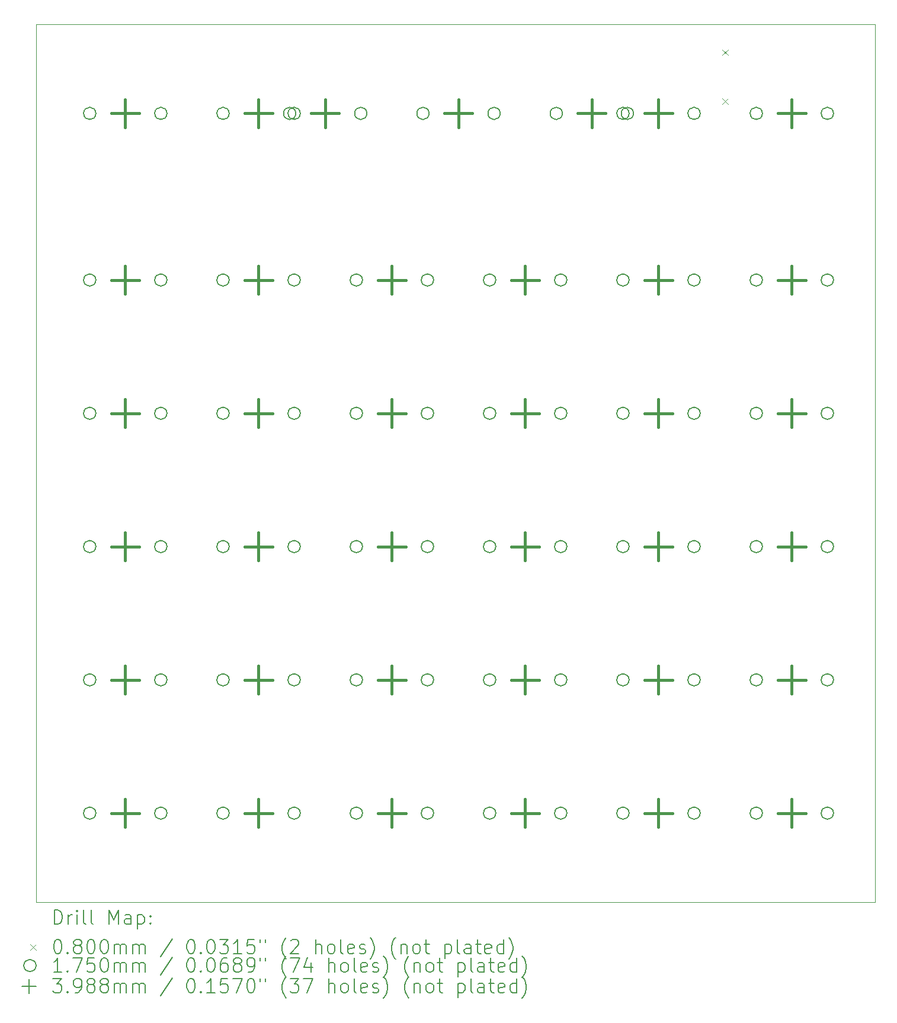
<source format=gbr>
%TF.GenerationSoftware,KiCad,Pcbnew,7.0.7*%
%TF.CreationDate,2023-11-21T20:39:56+01:00*%
%TF.ProjectId,tekskey-v2-molten,74656b73-6b65-4792-9d76-322d6d6f6c74,rev?*%
%TF.SameCoordinates,Original*%
%TF.FileFunction,Drillmap*%
%TF.FilePolarity,Positive*%
%FSLAX45Y45*%
G04 Gerber Fmt 4.5, Leading zero omitted, Abs format (unit mm)*
G04 Created by KiCad (PCBNEW 7.0.7) date 2023-11-21 20:39:56*
%MOMM*%
%LPD*%
G01*
G04 APERTURE LIST*
%ADD10C,0.100000*%
%ADD11C,0.200000*%
%ADD12C,0.080000*%
%ADD13C,0.175000*%
%ADD14C,0.398780*%
G04 APERTURE END LIST*
D10*
X2857500Y-4445000D02*
X14843125Y-4445000D01*
X14843125Y-16986250D01*
X2857500Y-16986250D01*
X2857500Y-4445000D01*
D11*
D12*
X12660000Y-4803125D02*
X12740000Y-4883125D01*
X12740000Y-4803125D02*
X12660000Y-4883125D01*
X12660000Y-5503125D02*
X12740000Y-5583125D01*
X12740000Y-5503125D02*
X12660000Y-5583125D01*
D13*
X3707000Y-5715000D02*
G75*
G03*
X3707000Y-5715000I-87500J0D01*
G01*
X3707000Y-8096250D02*
G75*
G03*
X3707000Y-8096250I-87500J0D01*
G01*
X3707000Y-10001250D02*
G75*
G03*
X3707000Y-10001250I-87500J0D01*
G01*
X3707000Y-11906250D02*
G75*
G03*
X3707000Y-11906250I-87500J0D01*
G01*
X3707000Y-13811250D02*
G75*
G03*
X3707000Y-13811250I-87500J0D01*
G01*
X3707000Y-15716250D02*
G75*
G03*
X3707000Y-15716250I-87500J0D01*
G01*
X4723000Y-5715000D02*
G75*
G03*
X4723000Y-5715000I-87500J0D01*
G01*
X4723000Y-8096250D02*
G75*
G03*
X4723000Y-8096250I-87500J0D01*
G01*
X4723000Y-10001250D02*
G75*
G03*
X4723000Y-10001250I-87500J0D01*
G01*
X4723000Y-11906250D02*
G75*
G03*
X4723000Y-11906250I-87500J0D01*
G01*
X4723000Y-13811250D02*
G75*
G03*
X4723000Y-13811250I-87500J0D01*
G01*
X4723000Y-15716250D02*
G75*
G03*
X4723000Y-15716250I-87500J0D01*
G01*
X5612000Y-5715000D02*
G75*
G03*
X5612000Y-5715000I-87500J0D01*
G01*
X5612000Y-8096250D02*
G75*
G03*
X5612000Y-8096250I-87500J0D01*
G01*
X5612000Y-10001250D02*
G75*
G03*
X5612000Y-10001250I-87500J0D01*
G01*
X5612000Y-11906250D02*
G75*
G03*
X5612000Y-11906250I-87500J0D01*
G01*
X5612000Y-13811250D02*
G75*
G03*
X5612000Y-13811250I-87500J0D01*
G01*
X5612000Y-15716250D02*
G75*
G03*
X5612000Y-15716250I-87500J0D01*
G01*
X6564500Y-5715000D02*
G75*
G03*
X6564500Y-5715000I-87500J0D01*
G01*
X6628000Y-5715000D02*
G75*
G03*
X6628000Y-5715000I-87500J0D01*
G01*
X6628000Y-8096250D02*
G75*
G03*
X6628000Y-8096250I-87500J0D01*
G01*
X6628000Y-10001250D02*
G75*
G03*
X6628000Y-10001250I-87500J0D01*
G01*
X6628000Y-11906250D02*
G75*
G03*
X6628000Y-11906250I-87500J0D01*
G01*
X6628000Y-13811250D02*
G75*
G03*
X6628000Y-13811250I-87500J0D01*
G01*
X6628000Y-15716250D02*
G75*
G03*
X6628000Y-15716250I-87500J0D01*
G01*
X7517000Y-8096250D02*
G75*
G03*
X7517000Y-8096250I-87500J0D01*
G01*
X7517000Y-10001250D02*
G75*
G03*
X7517000Y-10001250I-87500J0D01*
G01*
X7517000Y-11906250D02*
G75*
G03*
X7517000Y-11906250I-87500J0D01*
G01*
X7517000Y-13811250D02*
G75*
G03*
X7517000Y-13811250I-87500J0D01*
G01*
X7517000Y-15716250D02*
G75*
G03*
X7517000Y-15716250I-87500J0D01*
G01*
X7580500Y-5715000D02*
G75*
G03*
X7580500Y-5715000I-87500J0D01*
G01*
X8469500Y-5715000D02*
G75*
G03*
X8469500Y-5715000I-87500J0D01*
G01*
X8533000Y-8096250D02*
G75*
G03*
X8533000Y-8096250I-87500J0D01*
G01*
X8533000Y-10001250D02*
G75*
G03*
X8533000Y-10001250I-87500J0D01*
G01*
X8533000Y-11906250D02*
G75*
G03*
X8533000Y-11906250I-87500J0D01*
G01*
X8533000Y-13811250D02*
G75*
G03*
X8533000Y-13811250I-87500J0D01*
G01*
X8533000Y-15716250D02*
G75*
G03*
X8533000Y-15716250I-87500J0D01*
G01*
X9422000Y-8096250D02*
G75*
G03*
X9422000Y-8096250I-87500J0D01*
G01*
X9422000Y-10001250D02*
G75*
G03*
X9422000Y-10001250I-87500J0D01*
G01*
X9422000Y-11906250D02*
G75*
G03*
X9422000Y-11906250I-87500J0D01*
G01*
X9422000Y-13811250D02*
G75*
G03*
X9422000Y-13811250I-87500J0D01*
G01*
X9422000Y-15716250D02*
G75*
G03*
X9422000Y-15716250I-87500J0D01*
G01*
X9485500Y-5715000D02*
G75*
G03*
X9485500Y-5715000I-87500J0D01*
G01*
X10374500Y-5715000D02*
G75*
G03*
X10374500Y-5715000I-87500J0D01*
G01*
X10438000Y-8096250D02*
G75*
G03*
X10438000Y-8096250I-87500J0D01*
G01*
X10438000Y-10001250D02*
G75*
G03*
X10438000Y-10001250I-87500J0D01*
G01*
X10438000Y-11906250D02*
G75*
G03*
X10438000Y-11906250I-87500J0D01*
G01*
X10438000Y-13811250D02*
G75*
G03*
X10438000Y-13811250I-87500J0D01*
G01*
X10438000Y-15716250D02*
G75*
G03*
X10438000Y-15716250I-87500J0D01*
G01*
X11327000Y-5715000D02*
G75*
G03*
X11327000Y-5715000I-87500J0D01*
G01*
X11327000Y-8096250D02*
G75*
G03*
X11327000Y-8096250I-87500J0D01*
G01*
X11327000Y-10001250D02*
G75*
G03*
X11327000Y-10001250I-87500J0D01*
G01*
X11327000Y-11906250D02*
G75*
G03*
X11327000Y-11906250I-87500J0D01*
G01*
X11327000Y-13811250D02*
G75*
G03*
X11327000Y-13811250I-87500J0D01*
G01*
X11327000Y-15716250D02*
G75*
G03*
X11327000Y-15716250I-87500J0D01*
G01*
X11390500Y-5715000D02*
G75*
G03*
X11390500Y-5715000I-87500J0D01*
G01*
X12343000Y-5715000D02*
G75*
G03*
X12343000Y-5715000I-87500J0D01*
G01*
X12343000Y-8096250D02*
G75*
G03*
X12343000Y-8096250I-87500J0D01*
G01*
X12343000Y-10001250D02*
G75*
G03*
X12343000Y-10001250I-87500J0D01*
G01*
X12343000Y-11906250D02*
G75*
G03*
X12343000Y-11906250I-87500J0D01*
G01*
X12343000Y-13811250D02*
G75*
G03*
X12343000Y-13811250I-87500J0D01*
G01*
X12343000Y-15716250D02*
G75*
G03*
X12343000Y-15716250I-87500J0D01*
G01*
X13232000Y-5715000D02*
G75*
G03*
X13232000Y-5715000I-87500J0D01*
G01*
X13232000Y-8096250D02*
G75*
G03*
X13232000Y-8096250I-87500J0D01*
G01*
X13232000Y-10001250D02*
G75*
G03*
X13232000Y-10001250I-87500J0D01*
G01*
X13232000Y-11906250D02*
G75*
G03*
X13232000Y-11906250I-87500J0D01*
G01*
X13232000Y-13811250D02*
G75*
G03*
X13232000Y-13811250I-87500J0D01*
G01*
X13232000Y-15716250D02*
G75*
G03*
X13232000Y-15716250I-87500J0D01*
G01*
X14248000Y-5715000D02*
G75*
G03*
X14248000Y-5715000I-87500J0D01*
G01*
X14248000Y-8096250D02*
G75*
G03*
X14248000Y-8096250I-87500J0D01*
G01*
X14248000Y-10001250D02*
G75*
G03*
X14248000Y-10001250I-87500J0D01*
G01*
X14248000Y-11906250D02*
G75*
G03*
X14248000Y-11906250I-87500J0D01*
G01*
X14248000Y-13811250D02*
G75*
G03*
X14248000Y-13811250I-87500J0D01*
G01*
X14248000Y-15716250D02*
G75*
G03*
X14248000Y-15716250I-87500J0D01*
G01*
D14*
X4127500Y-5515610D02*
X4127500Y-5914390D01*
X3928110Y-5715000D02*
X4326890Y-5715000D01*
X4127500Y-7896860D02*
X4127500Y-8295640D01*
X3928110Y-8096250D02*
X4326890Y-8096250D01*
X4127500Y-9801860D02*
X4127500Y-10200640D01*
X3928110Y-10001250D02*
X4326890Y-10001250D01*
X4127500Y-11706860D02*
X4127500Y-12105640D01*
X3928110Y-11906250D02*
X4326890Y-11906250D01*
X4127500Y-13611860D02*
X4127500Y-14010640D01*
X3928110Y-13811250D02*
X4326890Y-13811250D01*
X4127500Y-15516860D02*
X4127500Y-15915640D01*
X3928110Y-15716250D02*
X4326890Y-15716250D01*
X6032500Y-5515610D02*
X6032500Y-5914390D01*
X5833110Y-5715000D02*
X6231890Y-5715000D01*
X6032500Y-7896860D02*
X6032500Y-8295640D01*
X5833110Y-8096250D02*
X6231890Y-8096250D01*
X6032500Y-9801860D02*
X6032500Y-10200640D01*
X5833110Y-10001250D02*
X6231890Y-10001250D01*
X6032500Y-11706860D02*
X6032500Y-12105640D01*
X5833110Y-11906250D02*
X6231890Y-11906250D01*
X6032500Y-13611860D02*
X6032500Y-14010640D01*
X5833110Y-13811250D02*
X6231890Y-13811250D01*
X6032500Y-15516860D02*
X6032500Y-15915640D01*
X5833110Y-15716250D02*
X6231890Y-15716250D01*
X6985000Y-5515610D02*
X6985000Y-5914390D01*
X6785610Y-5715000D02*
X7184390Y-5715000D01*
X7937500Y-7896860D02*
X7937500Y-8295640D01*
X7738110Y-8096250D02*
X8136890Y-8096250D01*
X7937500Y-9801860D02*
X7937500Y-10200640D01*
X7738110Y-10001250D02*
X8136890Y-10001250D01*
X7937500Y-11706860D02*
X7937500Y-12105640D01*
X7738110Y-11906250D02*
X8136890Y-11906250D01*
X7937500Y-13611860D02*
X7937500Y-14010640D01*
X7738110Y-13811250D02*
X8136890Y-13811250D01*
X7937500Y-15516860D02*
X7937500Y-15915640D01*
X7738110Y-15716250D02*
X8136890Y-15716250D01*
X8890000Y-5515610D02*
X8890000Y-5914390D01*
X8690610Y-5715000D02*
X9089390Y-5715000D01*
X9842500Y-7896860D02*
X9842500Y-8295640D01*
X9643110Y-8096250D02*
X10041890Y-8096250D01*
X9842500Y-9801860D02*
X9842500Y-10200640D01*
X9643110Y-10001250D02*
X10041890Y-10001250D01*
X9842500Y-11706860D02*
X9842500Y-12105640D01*
X9643110Y-11906250D02*
X10041890Y-11906250D01*
X9842500Y-13611860D02*
X9842500Y-14010640D01*
X9643110Y-13811250D02*
X10041890Y-13811250D01*
X9842500Y-15516860D02*
X9842500Y-15915640D01*
X9643110Y-15716250D02*
X10041890Y-15716250D01*
X10795000Y-5515610D02*
X10795000Y-5914390D01*
X10595610Y-5715000D02*
X10994390Y-5715000D01*
X11747500Y-5515610D02*
X11747500Y-5914390D01*
X11548110Y-5715000D02*
X11946890Y-5715000D01*
X11747500Y-7896860D02*
X11747500Y-8295640D01*
X11548110Y-8096250D02*
X11946890Y-8096250D01*
X11747500Y-9801860D02*
X11747500Y-10200640D01*
X11548110Y-10001250D02*
X11946890Y-10001250D01*
X11747500Y-11706860D02*
X11747500Y-12105640D01*
X11548110Y-11906250D02*
X11946890Y-11906250D01*
X11747500Y-13611860D02*
X11747500Y-14010640D01*
X11548110Y-13811250D02*
X11946890Y-13811250D01*
X11747500Y-15516860D02*
X11747500Y-15915640D01*
X11548110Y-15716250D02*
X11946890Y-15716250D01*
X13652500Y-5515610D02*
X13652500Y-5914390D01*
X13453110Y-5715000D02*
X13851890Y-5715000D01*
X13652500Y-7896860D02*
X13652500Y-8295640D01*
X13453110Y-8096250D02*
X13851890Y-8096250D01*
X13652500Y-9801860D02*
X13652500Y-10200640D01*
X13453110Y-10001250D02*
X13851890Y-10001250D01*
X13652500Y-11706860D02*
X13652500Y-12105640D01*
X13453110Y-11906250D02*
X13851890Y-11906250D01*
X13652500Y-13611860D02*
X13652500Y-14010640D01*
X13453110Y-13811250D02*
X13851890Y-13811250D01*
X13652500Y-15516860D02*
X13652500Y-15915640D01*
X13453110Y-15716250D02*
X13851890Y-15716250D01*
D11*
X3113277Y-17302734D02*
X3113277Y-17102734D01*
X3113277Y-17102734D02*
X3160896Y-17102734D01*
X3160896Y-17102734D02*
X3189467Y-17112258D01*
X3189467Y-17112258D02*
X3208515Y-17131305D01*
X3208515Y-17131305D02*
X3218039Y-17150353D01*
X3218039Y-17150353D02*
X3227562Y-17188448D01*
X3227562Y-17188448D02*
X3227562Y-17217020D01*
X3227562Y-17217020D02*
X3218039Y-17255115D01*
X3218039Y-17255115D02*
X3208515Y-17274162D01*
X3208515Y-17274162D02*
X3189467Y-17293210D01*
X3189467Y-17293210D02*
X3160896Y-17302734D01*
X3160896Y-17302734D02*
X3113277Y-17302734D01*
X3313277Y-17302734D02*
X3313277Y-17169400D01*
X3313277Y-17207496D02*
X3322801Y-17188448D01*
X3322801Y-17188448D02*
X3332324Y-17178924D01*
X3332324Y-17178924D02*
X3351372Y-17169400D01*
X3351372Y-17169400D02*
X3370420Y-17169400D01*
X3437086Y-17302734D02*
X3437086Y-17169400D01*
X3437086Y-17102734D02*
X3427562Y-17112258D01*
X3427562Y-17112258D02*
X3437086Y-17121781D01*
X3437086Y-17121781D02*
X3446610Y-17112258D01*
X3446610Y-17112258D02*
X3437086Y-17102734D01*
X3437086Y-17102734D02*
X3437086Y-17121781D01*
X3560896Y-17302734D02*
X3541848Y-17293210D01*
X3541848Y-17293210D02*
X3532324Y-17274162D01*
X3532324Y-17274162D02*
X3532324Y-17102734D01*
X3665658Y-17302734D02*
X3646610Y-17293210D01*
X3646610Y-17293210D02*
X3637086Y-17274162D01*
X3637086Y-17274162D02*
X3637086Y-17102734D01*
X3894229Y-17302734D02*
X3894229Y-17102734D01*
X3894229Y-17102734D02*
X3960896Y-17245591D01*
X3960896Y-17245591D02*
X4027562Y-17102734D01*
X4027562Y-17102734D02*
X4027562Y-17302734D01*
X4208515Y-17302734D02*
X4208515Y-17197972D01*
X4208515Y-17197972D02*
X4198991Y-17178924D01*
X4198991Y-17178924D02*
X4179943Y-17169400D01*
X4179943Y-17169400D02*
X4141848Y-17169400D01*
X4141848Y-17169400D02*
X4122801Y-17178924D01*
X4208515Y-17293210D02*
X4189467Y-17302734D01*
X4189467Y-17302734D02*
X4141848Y-17302734D01*
X4141848Y-17302734D02*
X4122801Y-17293210D01*
X4122801Y-17293210D02*
X4113277Y-17274162D01*
X4113277Y-17274162D02*
X4113277Y-17255115D01*
X4113277Y-17255115D02*
X4122801Y-17236067D01*
X4122801Y-17236067D02*
X4141848Y-17226543D01*
X4141848Y-17226543D02*
X4189467Y-17226543D01*
X4189467Y-17226543D02*
X4208515Y-17217020D01*
X4303753Y-17169400D02*
X4303753Y-17369400D01*
X4303753Y-17178924D02*
X4322801Y-17169400D01*
X4322801Y-17169400D02*
X4360896Y-17169400D01*
X4360896Y-17169400D02*
X4379944Y-17178924D01*
X4379944Y-17178924D02*
X4389467Y-17188448D01*
X4389467Y-17188448D02*
X4398991Y-17207496D01*
X4398991Y-17207496D02*
X4398991Y-17264639D01*
X4398991Y-17264639D02*
X4389467Y-17283686D01*
X4389467Y-17283686D02*
X4379944Y-17293210D01*
X4379944Y-17293210D02*
X4360896Y-17302734D01*
X4360896Y-17302734D02*
X4322801Y-17302734D01*
X4322801Y-17302734D02*
X4303753Y-17293210D01*
X4484705Y-17283686D02*
X4494229Y-17293210D01*
X4494229Y-17293210D02*
X4484705Y-17302734D01*
X4484705Y-17302734D02*
X4475182Y-17293210D01*
X4475182Y-17293210D02*
X4484705Y-17283686D01*
X4484705Y-17283686D02*
X4484705Y-17302734D01*
X4484705Y-17178924D02*
X4494229Y-17188448D01*
X4494229Y-17188448D02*
X4484705Y-17197972D01*
X4484705Y-17197972D02*
X4475182Y-17188448D01*
X4475182Y-17188448D02*
X4484705Y-17178924D01*
X4484705Y-17178924D02*
X4484705Y-17197972D01*
D12*
X2772500Y-17591250D02*
X2852500Y-17671250D01*
X2852500Y-17591250D02*
X2772500Y-17671250D01*
D11*
X3151372Y-17522734D02*
X3170420Y-17522734D01*
X3170420Y-17522734D02*
X3189467Y-17532258D01*
X3189467Y-17532258D02*
X3198991Y-17541781D01*
X3198991Y-17541781D02*
X3208515Y-17560829D01*
X3208515Y-17560829D02*
X3218039Y-17598924D01*
X3218039Y-17598924D02*
X3218039Y-17646543D01*
X3218039Y-17646543D02*
X3208515Y-17684639D01*
X3208515Y-17684639D02*
X3198991Y-17703686D01*
X3198991Y-17703686D02*
X3189467Y-17713210D01*
X3189467Y-17713210D02*
X3170420Y-17722734D01*
X3170420Y-17722734D02*
X3151372Y-17722734D01*
X3151372Y-17722734D02*
X3132324Y-17713210D01*
X3132324Y-17713210D02*
X3122801Y-17703686D01*
X3122801Y-17703686D02*
X3113277Y-17684639D01*
X3113277Y-17684639D02*
X3103753Y-17646543D01*
X3103753Y-17646543D02*
X3103753Y-17598924D01*
X3103753Y-17598924D02*
X3113277Y-17560829D01*
X3113277Y-17560829D02*
X3122801Y-17541781D01*
X3122801Y-17541781D02*
X3132324Y-17532258D01*
X3132324Y-17532258D02*
X3151372Y-17522734D01*
X3303753Y-17703686D02*
X3313277Y-17713210D01*
X3313277Y-17713210D02*
X3303753Y-17722734D01*
X3303753Y-17722734D02*
X3294229Y-17713210D01*
X3294229Y-17713210D02*
X3303753Y-17703686D01*
X3303753Y-17703686D02*
X3303753Y-17722734D01*
X3427562Y-17608448D02*
X3408515Y-17598924D01*
X3408515Y-17598924D02*
X3398991Y-17589400D01*
X3398991Y-17589400D02*
X3389467Y-17570353D01*
X3389467Y-17570353D02*
X3389467Y-17560829D01*
X3389467Y-17560829D02*
X3398991Y-17541781D01*
X3398991Y-17541781D02*
X3408515Y-17532258D01*
X3408515Y-17532258D02*
X3427562Y-17522734D01*
X3427562Y-17522734D02*
X3465658Y-17522734D01*
X3465658Y-17522734D02*
X3484705Y-17532258D01*
X3484705Y-17532258D02*
X3494229Y-17541781D01*
X3494229Y-17541781D02*
X3503753Y-17560829D01*
X3503753Y-17560829D02*
X3503753Y-17570353D01*
X3503753Y-17570353D02*
X3494229Y-17589400D01*
X3494229Y-17589400D02*
X3484705Y-17598924D01*
X3484705Y-17598924D02*
X3465658Y-17608448D01*
X3465658Y-17608448D02*
X3427562Y-17608448D01*
X3427562Y-17608448D02*
X3408515Y-17617972D01*
X3408515Y-17617972D02*
X3398991Y-17627496D01*
X3398991Y-17627496D02*
X3389467Y-17646543D01*
X3389467Y-17646543D02*
X3389467Y-17684639D01*
X3389467Y-17684639D02*
X3398991Y-17703686D01*
X3398991Y-17703686D02*
X3408515Y-17713210D01*
X3408515Y-17713210D02*
X3427562Y-17722734D01*
X3427562Y-17722734D02*
X3465658Y-17722734D01*
X3465658Y-17722734D02*
X3484705Y-17713210D01*
X3484705Y-17713210D02*
X3494229Y-17703686D01*
X3494229Y-17703686D02*
X3503753Y-17684639D01*
X3503753Y-17684639D02*
X3503753Y-17646543D01*
X3503753Y-17646543D02*
X3494229Y-17627496D01*
X3494229Y-17627496D02*
X3484705Y-17617972D01*
X3484705Y-17617972D02*
X3465658Y-17608448D01*
X3627562Y-17522734D02*
X3646610Y-17522734D01*
X3646610Y-17522734D02*
X3665658Y-17532258D01*
X3665658Y-17532258D02*
X3675182Y-17541781D01*
X3675182Y-17541781D02*
X3684705Y-17560829D01*
X3684705Y-17560829D02*
X3694229Y-17598924D01*
X3694229Y-17598924D02*
X3694229Y-17646543D01*
X3694229Y-17646543D02*
X3684705Y-17684639D01*
X3684705Y-17684639D02*
X3675182Y-17703686D01*
X3675182Y-17703686D02*
X3665658Y-17713210D01*
X3665658Y-17713210D02*
X3646610Y-17722734D01*
X3646610Y-17722734D02*
X3627562Y-17722734D01*
X3627562Y-17722734D02*
X3608515Y-17713210D01*
X3608515Y-17713210D02*
X3598991Y-17703686D01*
X3598991Y-17703686D02*
X3589467Y-17684639D01*
X3589467Y-17684639D02*
X3579943Y-17646543D01*
X3579943Y-17646543D02*
X3579943Y-17598924D01*
X3579943Y-17598924D02*
X3589467Y-17560829D01*
X3589467Y-17560829D02*
X3598991Y-17541781D01*
X3598991Y-17541781D02*
X3608515Y-17532258D01*
X3608515Y-17532258D02*
X3627562Y-17522734D01*
X3818039Y-17522734D02*
X3837086Y-17522734D01*
X3837086Y-17522734D02*
X3856134Y-17532258D01*
X3856134Y-17532258D02*
X3865658Y-17541781D01*
X3865658Y-17541781D02*
X3875182Y-17560829D01*
X3875182Y-17560829D02*
X3884705Y-17598924D01*
X3884705Y-17598924D02*
X3884705Y-17646543D01*
X3884705Y-17646543D02*
X3875182Y-17684639D01*
X3875182Y-17684639D02*
X3865658Y-17703686D01*
X3865658Y-17703686D02*
X3856134Y-17713210D01*
X3856134Y-17713210D02*
X3837086Y-17722734D01*
X3837086Y-17722734D02*
X3818039Y-17722734D01*
X3818039Y-17722734D02*
X3798991Y-17713210D01*
X3798991Y-17713210D02*
X3789467Y-17703686D01*
X3789467Y-17703686D02*
X3779943Y-17684639D01*
X3779943Y-17684639D02*
X3770420Y-17646543D01*
X3770420Y-17646543D02*
X3770420Y-17598924D01*
X3770420Y-17598924D02*
X3779943Y-17560829D01*
X3779943Y-17560829D02*
X3789467Y-17541781D01*
X3789467Y-17541781D02*
X3798991Y-17532258D01*
X3798991Y-17532258D02*
X3818039Y-17522734D01*
X3970420Y-17722734D02*
X3970420Y-17589400D01*
X3970420Y-17608448D02*
X3979943Y-17598924D01*
X3979943Y-17598924D02*
X3998991Y-17589400D01*
X3998991Y-17589400D02*
X4027563Y-17589400D01*
X4027563Y-17589400D02*
X4046610Y-17598924D01*
X4046610Y-17598924D02*
X4056134Y-17617972D01*
X4056134Y-17617972D02*
X4056134Y-17722734D01*
X4056134Y-17617972D02*
X4065658Y-17598924D01*
X4065658Y-17598924D02*
X4084705Y-17589400D01*
X4084705Y-17589400D02*
X4113277Y-17589400D01*
X4113277Y-17589400D02*
X4132324Y-17598924D01*
X4132324Y-17598924D02*
X4141848Y-17617972D01*
X4141848Y-17617972D02*
X4141848Y-17722734D01*
X4237086Y-17722734D02*
X4237086Y-17589400D01*
X4237086Y-17608448D02*
X4246610Y-17598924D01*
X4246610Y-17598924D02*
X4265658Y-17589400D01*
X4265658Y-17589400D02*
X4294229Y-17589400D01*
X4294229Y-17589400D02*
X4313277Y-17598924D01*
X4313277Y-17598924D02*
X4322801Y-17617972D01*
X4322801Y-17617972D02*
X4322801Y-17722734D01*
X4322801Y-17617972D02*
X4332325Y-17598924D01*
X4332325Y-17598924D02*
X4351372Y-17589400D01*
X4351372Y-17589400D02*
X4379944Y-17589400D01*
X4379944Y-17589400D02*
X4398991Y-17598924D01*
X4398991Y-17598924D02*
X4408515Y-17617972D01*
X4408515Y-17617972D02*
X4408515Y-17722734D01*
X4798991Y-17513210D02*
X4627563Y-17770353D01*
X5056134Y-17522734D02*
X5075182Y-17522734D01*
X5075182Y-17522734D02*
X5094229Y-17532258D01*
X5094229Y-17532258D02*
X5103753Y-17541781D01*
X5103753Y-17541781D02*
X5113277Y-17560829D01*
X5113277Y-17560829D02*
X5122801Y-17598924D01*
X5122801Y-17598924D02*
X5122801Y-17646543D01*
X5122801Y-17646543D02*
X5113277Y-17684639D01*
X5113277Y-17684639D02*
X5103753Y-17703686D01*
X5103753Y-17703686D02*
X5094229Y-17713210D01*
X5094229Y-17713210D02*
X5075182Y-17722734D01*
X5075182Y-17722734D02*
X5056134Y-17722734D01*
X5056134Y-17722734D02*
X5037087Y-17713210D01*
X5037087Y-17713210D02*
X5027563Y-17703686D01*
X5027563Y-17703686D02*
X5018039Y-17684639D01*
X5018039Y-17684639D02*
X5008515Y-17646543D01*
X5008515Y-17646543D02*
X5008515Y-17598924D01*
X5008515Y-17598924D02*
X5018039Y-17560829D01*
X5018039Y-17560829D02*
X5027563Y-17541781D01*
X5027563Y-17541781D02*
X5037087Y-17532258D01*
X5037087Y-17532258D02*
X5056134Y-17522734D01*
X5208515Y-17703686D02*
X5218039Y-17713210D01*
X5218039Y-17713210D02*
X5208515Y-17722734D01*
X5208515Y-17722734D02*
X5198991Y-17713210D01*
X5198991Y-17713210D02*
X5208515Y-17703686D01*
X5208515Y-17703686D02*
X5208515Y-17722734D01*
X5341848Y-17522734D02*
X5360896Y-17522734D01*
X5360896Y-17522734D02*
X5379944Y-17532258D01*
X5379944Y-17532258D02*
X5389468Y-17541781D01*
X5389468Y-17541781D02*
X5398991Y-17560829D01*
X5398991Y-17560829D02*
X5408515Y-17598924D01*
X5408515Y-17598924D02*
X5408515Y-17646543D01*
X5408515Y-17646543D02*
X5398991Y-17684639D01*
X5398991Y-17684639D02*
X5389468Y-17703686D01*
X5389468Y-17703686D02*
X5379944Y-17713210D01*
X5379944Y-17713210D02*
X5360896Y-17722734D01*
X5360896Y-17722734D02*
X5341848Y-17722734D01*
X5341848Y-17722734D02*
X5322801Y-17713210D01*
X5322801Y-17713210D02*
X5313277Y-17703686D01*
X5313277Y-17703686D02*
X5303753Y-17684639D01*
X5303753Y-17684639D02*
X5294229Y-17646543D01*
X5294229Y-17646543D02*
X5294229Y-17598924D01*
X5294229Y-17598924D02*
X5303753Y-17560829D01*
X5303753Y-17560829D02*
X5313277Y-17541781D01*
X5313277Y-17541781D02*
X5322801Y-17532258D01*
X5322801Y-17532258D02*
X5341848Y-17522734D01*
X5475182Y-17522734D02*
X5598991Y-17522734D01*
X5598991Y-17522734D02*
X5532325Y-17598924D01*
X5532325Y-17598924D02*
X5560896Y-17598924D01*
X5560896Y-17598924D02*
X5579944Y-17608448D01*
X5579944Y-17608448D02*
X5589468Y-17617972D01*
X5589468Y-17617972D02*
X5598991Y-17637020D01*
X5598991Y-17637020D02*
X5598991Y-17684639D01*
X5598991Y-17684639D02*
X5589468Y-17703686D01*
X5589468Y-17703686D02*
X5579944Y-17713210D01*
X5579944Y-17713210D02*
X5560896Y-17722734D01*
X5560896Y-17722734D02*
X5503753Y-17722734D01*
X5503753Y-17722734D02*
X5484706Y-17713210D01*
X5484706Y-17713210D02*
X5475182Y-17703686D01*
X5789467Y-17722734D02*
X5675182Y-17722734D01*
X5732325Y-17722734D02*
X5732325Y-17522734D01*
X5732325Y-17522734D02*
X5713277Y-17551305D01*
X5713277Y-17551305D02*
X5694229Y-17570353D01*
X5694229Y-17570353D02*
X5675182Y-17579877D01*
X5970420Y-17522734D02*
X5875182Y-17522734D01*
X5875182Y-17522734D02*
X5865658Y-17617972D01*
X5865658Y-17617972D02*
X5875182Y-17608448D01*
X5875182Y-17608448D02*
X5894229Y-17598924D01*
X5894229Y-17598924D02*
X5941848Y-17598924D01*
X5941848Y-17598924D02*
X5960896Y-17608448D01*
X5960896Y-17608448D02*
X5970420Y-17617972D01*
X5970420Y-17617972D02*
X5979944Y-17637020D01*
X5979944Y-17637020D02*
X5979944Y-17684639D01*
X5979944Y-17684639D02*
X5970420Y-17703686D01*
X5970420Y-17703686D02*
X5960896Y-17713210D01*
X5960896Y-17713210D02*
X5941848Y-17722734D01*
X5941848Y-17722734D02*
X5894229Y-17722734D01*
X5894229Y-17722734D02*
X5875182Y-17713210D01*
X5875182Y-17713210D02*
X5865658Y-17703686D01*
X6056134Y-17522734D02*
X6056134Y-17560829D01*
X6132325Y-17522734D02*
X6132325Y-17560829D01*
X6427563Y-17798924D02*
X6418039Y-17789400D01*
X6418039Y-17789400D02*
X6398991Y-17760829D01*
X6398991Y-17760829D02*
X6389468Y-17741781D01*
X6389468Y-17741781D02*
X6379944Y-17713210D01*
X6379944Y-17713210D02*
X6370420Y-17665591D01*
X6370420Y-17665591D02*
X6370420Y-17627496D01*
X6370420Y-17627496D02*
X6379944Y-17579877D01*
X6379944Y-17579877D02*
X6389468Y-17551305D01*
X6389468Y-17551305D02*
X6398991Y-17532258D01*
X6398991Y-17532258D02*
X6418039Y-17503686D01*
X6418039Y-17503686D02*
X6427563Y-17494162D01*
X6494229Y-17541781D02*
X6503753Y-17532258D01*
X6503753Y-17532258D02*
X6522801Y-17522734D01*
X6522801Y-17522734D02*
X6570420Y-17522734D01*
X6570420Y-17522734D02*
X6589468Y-17532258D01*
X6589468Y-17532258D02*
X6598991Y-17541781D01*
X6598991Y-17541781D02*
X6608515Y-17560829D01*
X6608515Y-17560829D02*
X6608515Y-17579877D01*
X6608515Y-17579877D02*
X6598991Y-17608448D01*
X6598991Y-17608448D02*
X6484706Y-17722734D01*
X6484706Y-17722734D02*
X6608515Y-17722734D01*
X6846610Y-17722734D02*
X6846610Y-17522734D01*
X6932325Y-17722734D02*
X6932325Y-17617972D01*
X6932325Y-17617972D02*
X6922801Y-17598924D01*
X6922801Y-17598924D02*
X6903753Y-17589400D01*
X6903753Y-17589400D02*
X6875182Y-17589400D01*
X6875182Y-17589400D02*
X6856134Y-17598924D01*
X6856134Y-17598924D02*
X6846610Y-17608448D01*
X7056134Y-17722734D02*
X7037087Y-17713210D01*
X7037087Y-17713210D02*
X7027563Y-17703686D01*
X7027563Y-17703686D02*
X7018039Y-17684639D01*
X7018039Y-17684639D02*
X7018039Y-17627496D01*
X7018039Y-17627496D02*
X7027563Y-17608448D01*
X7027563Y-17608448D02*
X7037087Y-17598924D01*
X7037087Y-17598924D02*
X7056134Y-17589400D01*
X7056134Y-17589400D02*
X7084706Y-17589400D01*
X7084706Y-17589400D02*
X7103753Y-17598924D01*
X7103753Y-17598924D02*
X7113277Y-17608448D01*
X7113277Y-17608448D02*
X7122801Y-17627496D01*
X7122801Y-17627496D02*
X7122801Y-17684639D01*
X7122801Y-17684639D02*
X7113277Y-17703686D01*
X7113277Y-17703686D02*
X7103753Y-17713210D01*
X7103753Y-17713210D02*
X7084706Y-17722734D01*
X7084706Y-17722734D02*
X7056134Y-17722734D01*
X7237087Y-17722734D02*
X7218039Y-17713210D01*
X7218039Y-17713210D02*
X7208515Y-17694162D01*
X7208515Y-17694162D02*
X7208515Y-17522734D01*
X7389468Y-17713210D02*
X7370420Y-17722734D01*
X7370420Y-17722734D02*
X7332325Y-17722734D01*
X7332325Y-17722734D02*
X7313277Y-17713210D01*
X7313277Y-17713210D02*
X7303753Y-17694162D01*
X7303753Y-17694162D02*
X7303753Y-17617972D01*
X7303753Y-17617972D02*
X7313277Y-17598924D01*
X7313277Y-17598924D02*
X7332325Y-17589400D01*
X7332325Y-17589400D02*
X7370420Y-17589400D01*
X7370420Y-17589400D02*
X7389468Y-17598924D01*
X7389468Y-17598924D02*
X7398991Y-17617972D01*
X7398991Y-17617972D02*
X7398991Y-17637020D01*
X7398991Y-17637020D02*
X7303753Y-17656067D01*
X7475182Y-17713210D02*
X7494230Y-17722734D01*
X7494230Y-17722734D02*
X7532325Y-17722734D01*
X7532325Y-17722734D02*
X7551372Y-17713210D01*
X7551372Y-17713210D02*
X7560896Y-17694162D01*
X7560896Y-17694162D02*
X7560896Y-17684639D01*
X7560896Y-17684639D02*
X7551372Y-17665591D01*
X7551372Y-17665591D02*
X7532325Y-17656067D01*
X7532325Y-17656067D02*
X7503753Y-17656067D01*
X7503753Y-17656067D02*
X7484706Y-17646543D01*
X7484706Y-17646543D02*
X7475182Y-17627496D01*
X7475182Y-17627496D02*
X7475182Y-17617972D01*
X7475182Y-17617972D02*
X7484706Y-17598924D01*
X7484706Y-17598924D02*
X7503753Y-17589400D01*
X7503753Y-17589400D02*
X7532325Y-17589400D01*
X7532325Y-17589400D02*
X7551372Y-17598924D01*
X7627563Y-17798924D02*
X7637087Y-17789400D01*
X7637087Y-17789400D02*
X7656134Y-17760829D01*
X7656134Y-17760829D02*
X7665658Y-17741781D01*
X7665658Y-17741781D02*
X7675182Y-17713210D01*
X7675182Y-17713210D02*
X7684706Y-17665591D01*
X7684706Y-17665591D02*
X7684706Y-17627496D01*
X7684706Y-17627496D02*
X7675182Y-17579877D01*
X7675182Y-17579877D02*
X7665658Y-17551305D01*
X7665658Y-17551305D02*
X7656134Y-17532258D01*
X7656134Y-17532258D02*
X7637087Y-17503686D01*
X7637087Y-17503686D02*
X7627563Y-17494162D01*
X7989468Y-17798924D02*
X7979944Y-17789400D01*
X7979944Y-17789400D02*
X7960896Y-17760829D01*
X7960896Y-17760829D02*
X7951372Y-17741781D01*
X7951372Y-17741781D02*
X7941849Y-17713210D01*
X7941849Y-17713210D02*
X7932325Y-17665591D01*
X7932325Y-17665591D02*
X7932325Y-17627496D01*
X7932325Y-17627496D02*
X7941849Y-17579877D01*
X7941849Y-17579877D02*
X7951372Y-17551305D01*
X7951372Y-17551305D02*
X7960896Y-17532258D01*
X7960896Y-17532258D02*
X7979944Y-17503686D01*
X7979944Y-17503686D02*
X7989468Y-17494162D01*
X8065658Y-17589400D02*
X8065658Y-17722734D01*
X8065658Y-17608448D02*
X8075182Y-17598924D01*
X8075182Y-17598924D02*
X8094230Y-17589400D01*
X8094230Y-17589400D02*
X8122801Y-17589400D01*
X8122801Y-17589400D02*
X8141849Y-17598924D01*
X8141849Y-17598924D02*
X8151372Y-17617972D01*
X8151372Y-17617972D02*
X8151372Y-17722734D01*
X8275182Y-17722734D02*
X8256134Y-17713210D01*
X8256134Y-17713210D02*
X8246611Y-17703686D01*
X8246611Y-17703686D02*
X8237087Y-17684639D01*
X8237087Y-17684639D02*
X8237087Y-17627496D01*
X8237087Y-17627496D02*
X8246611Y-17608448D01*
X8246611Y-17608448D02*
X8256134Y-17598924D01*
X8256134Y-17598924D02*
X8275182Y-17589400D01*
X8275182Y-17589400D02*
X8303753Y-17589400D01*
X8303753Y-17589400D02*
X8322801Y-17598924D01*
X8322801Y-17598924D02*
X8332325Y-17608448D01*
X8332325Y-17608448D02*
X8341849Y-17627496D01*
X8341849Y-17627496D02*
X8341849Y-17684639D01*
X8341849Y-17684639D02*
X8332325Y-17703686D01*
X8332325Y-17703686D02*
X8322801Y-17713210D01*
X8322801Y-17713210D02*
X8303753Y-17722734D01*
X8303753Y-17722734D02*
X8275182Y-17722734D01*
X8398992Y-17589400D02*
X8475182Y-17589400D01*
X8427563Y-17522734D02*
X8427563Y-17694162D01*
X8427563Y-17694162D02*
X8437087Y-17713210D01*
X8437087Y-17713210D02*
X8456134Y-17722734D01*
X8456134Y-17722734D02*
X8475182Y-17722734D01*
X8694230Y-17589400D02*
X8694230Y-17789400D01*
X8694230Y-17598924D02*
X8713277Y-17589400D01*
X8713277Y-17589400D02*
X8751373Y-17589400D01*
X8751373Y-17589400D02*
X8770420Y-17598924D01*
X8770420Y-17598924D02*
X8779944Y-17608448D01*
X8779944Y-17608448D02*
X8789468Y-17627496D01*
X8789468Y-17627496D02*
X8789468Y-17684639D01*
X8789468Y-17684639D02*
X8779944Y-17703686D01*
X8779944Y-17703686D02*
X8770420Y-17713210D01*
X8770420Y-17713210D02*
X8751373Y-17722734D01*
X8751373Y-17722734D02*
X8713277Y-17722734D01*
X8713277Y-17722734D02*
X8694230Y-17713210D01*
X8903754Y-17722734D02*
X8884706Y-17713210D01*
X8884706Y-17713210D02*
X8875182Y-17694162D01*
X8875182Y-17694162D02*
X8875182Y-17522734D01*
X9065658Y-17722734D02*
X9065658Y-17617972D01*
X9065658Y-17617972D02*
X9056135Y-17598924D01*
X9056135Y-17598924D02*
X9037087Y-17589400D01*
X9037087Y-17589400D02*
X8998992Y-17589400D01*
X8998992Y-17589400D02*
X8979944Y-17598924D01*
X9065658Y-17713210D02*
X9046611Y-17722734D01*
X9046611Y-17722734D02*
X8998992Y-17722734D01*
X8998992Y-17722734D02*
X8979944Y-17713210D01*
X8979944Y-17713210D02*
X8970420Y-17694162D01*
X8970420Y-17694162D02*
X8970420Y-17675115D01*
X8970420Y-17675115D02*
X8979944Y-17656067D01*
X8979944Y-17656067D02*
X8998992Y-17646543D01*
X8998992Y-17646543D02*
X9046611Y-17646543D01*
X9046611Y-17646543D02*
X9065658Y-17637020D01*
X9132325Y-17589400D02*
X9208515Y-17589400D01*
X9160896Y-17522734D02*
X9160896Y-17694162D01*
X9160896Y-17694162D02*
X9170420Y-17713210D01*
X9170420Y-17713210D02*
X9189468Y-17722734D01*
X9189468Y-17722734D02*
X9208515Y-17722734D01*
X9351373Y-17713210D02*
X9332325Y-17722734D01*
X9332325Y-17722734D02*
X9294230Y-17722734D01*
X9294230Y-17722734D02*
X9275182Y-17713210D01*
X9275182Y-17713210D02*
X9265658Y-17694162D01*
X9265658Y-17694162D02*
X9265658Y-17617972D01*
X9265658Y-17617972D02*
X9275182Y-17598924D01*
X9275182Y-17598924D02*
X9294230Y-17589400D01*
X9294230Y-17589400D02*
X9332325Y-17589400D01*
X9332325Y-17589400D02*
X9351373Y-17598924D01*
X9351373Y-17598924D02*
X9360896Y-17617972D01*
X9360896Y-17617972D02*
X9360896Y-17637020D01*
X9360896Y-17637020D02*
X9265658Y-17656067D01*
X9532325Y-17722734D02*
X9532325Y-17522734D01*
X9532325Y-17713210D02*
X9513277Y-17722734D01*
X9513277Y-17722734D02*
X9475182Y-17722734D01*
X9475182Y-17722734D02*
X9456135Y-17713210D01*
X9456135Y-17713210D02*
X9446611Y-17703686D01*
X9446611Y-17703686D02*
X9437087Y-17684639D01*
X9437087Y-17684639D02*
X9437087Y-17627496D01*
X9437087Y-17627496D02*
X9446611Y-17608448D01*
X9446611Y-17608448D02*
X9456135Y-17598924D01*
X9456135Y-17598924D02*
X9475182Y-17589400D01*
X9475182Y-17589400D02*
X9513277Y-17589400D01*
X9513277Y-17589400D02*
X9532325Y-17598924D01*
X9608516Y-17798924D02*
X9618039Y-17789400D01*
X9618039Y-17789400D02*
X9637087Y-17760829D01*
X9637087Y-17760829D02*
X9646611Y-17741781D01*
X9646611Y-17741781D02*
X9656135Y-17713210D01*
X9656135Y-17713210D02*
X9665658Y-17665591D01*
X9665658Y-17665591D02*
X9665658Y-17627496D01*
X9665658Y-17627496D02*
X9656135Y-17579877D01*
X9656135Y-17579877D02*
X9646611Y-17551305D01*
X9646611Y-17551305D02*
X9637087Y-17532258D01*
X9637087Y-17532258D02*
X9618039Y-17503686D01*
X9618039Y-17503686D02*
X9608516Y-17494162D01*
D13*
X2852500Y-17895250D02*
G75*
G03*
X2852500Y-17895250I-87500J0D01*
G01*
D11*
X3218039Y-17986734D02*
X3103753Y-17986734D01*
X3160896Y-17986734D02*
X3160896Y-17786734D01*
X3160896Y-17786734D02*
X3141848Y-17815305D01*
X3141848Y-17815305D02*
X3122801Y-17834353D01*
X3122801Y-17834353D02*
X3103753Y-17843877D01*
X3303753Y-17967686D02*
X3313277Y-17977210D01*
X3313277Y-17977210D02*
X3303753Y-17986734D01*
X3303753Y-17986734D02*
X3294229Y-17977210D01*
X3294229Y-17977210D02*
X3303753Y-17967686D01*
X3303753Y-17967686D02*
X3303753Y-17986734D01*
X3379943Y-17786734D02*
X3513277Y-17786734D01*
X3513277Y-17786734D02*
X3427562Y-17986734D01*
X3684705Y-17786734D02*
X3589467Y-17786734D01*
X3589467Y-17786734D02*
X3579943Y-17881972D01*
X3579943Y-17881972D02*
X3589467Y-17872448D01*
X3589467Y-17872448D02*
X3608515Y-17862924D01*
X3608515Y-17862924D02*
X3656134Y-17862924D01*
X3656134Y-17862924D02*
X3675182Y-17872448D01*
X3675182Y-17872448D02*
X3684705Y-17881972D01*
X3684705Y-17881972D02*
X3694229Y-17901020D01*
X3694229Y-17901020D02*
X3694229Y-17948639D01*
X3694229Y-17948639D02*
X3684705Y-17967686D01*
X3684705Y-17967686D02*
X3675182Y-17977210D01*
X3675182Y-17977210D02*
X3656134Y-17986734D01*
X3656134Y-17986734D02*
X3608515Y-17986734D01*
X3608515Y-17986734D02*
X3589467Y-17977210D01*
X3589467Y-17977210D02*
X3579943Y-17967686D01*
X3818039Y-17786734D02*
X3837086Y-17786734D01*
X3837086Y-17786734D02*
X3856134Y-17796258D01*
X3856134Y-17796258D02*
X3865658Y-17805781D01*
X3865658Y-17805781D02*
X3875182Y-17824829D01*
X3875182Y-17824829D02*
X3884705Y-17862924D01*
X3884705Y-17862924D02*
X3884705Y-17910543D01*
X3884705Y-17910543D02*
X3875182Y-17948639D01*
X3875182Y-17948639D02*
X3865658Y-17967686D01*
X3865658Y-17967686D02*
X3856134Y-17977210D01*
X3856134Y-17977210D02*
X3837086Y-17986734D01*
X3837086Y-17986734D02*
X3818039Y-17986734D01*
X3818039Y-17986734D02*
X3798991Y-17977210D01*
X3798991Y-17977210D02*
X3789467Y-17967686D01*
X3789467Y-17967686D02*
X3779943Y-17948639D01*
X3779943Y-17948639D02*
X3770420Y-17910543D01*
X3770420Y-17910543D02*
X3770420Y-17862924D01*
X3770420Y-17862924D02*
X3779943Y-17824829D01*
X3779943Y-17824829D02*
X3789467Y-17805781D01*
X3789467Y-17805781D02*
X3798991Y-17796258D01*
X3798991Y-17796258D02*
X3818039Y-17786734D01*
X3970420Y-17986734D02*
X3970420Y-17853400D01*
X3970420Y-17872448D02*
X3979943Y-17862924D01*
X3979943Y-17862924D02*
X3998991Y-17853400D01*
X3998991Y-17853400D02*
X4027563Y-17853400D01*
X4027563Y-17853400D02*
X4046610Y-17862924D01*
X4046610Y-17862924D02*
X4056134Y-17881972D01*
X4056134Y-17881972D02*
X4056134Y-17986734D01*
X4056134Y-17881972D02*
X4065658Y-17862924D01*
X4065658Y-17862924D02*
X4084705Y-17853400D01*
X4084705Y-17853400D02*
X4113277Y-17853400D01*
X4113277Y-17853400D02*
X4132324Y-17862924D01*
X4132324Y-17862924D02*
X4141848Y-17881972D01*
X4141848Y-17881972D02*
X4141848Y-17986734D01*
X4237086Y-17986734D02*
X4237086Y-17853400D01*
X4237086Y-17872448D02*
X4246610Y-17862924D01*
X4246610Y-17862924D02*
X4265658Y-17853400D01*
X4265658Y-17853400D02*
X4294229Y-17853400D01*
X4294229Y-17853400D02*
X4313277Y-17862924D01*
X4313277Y-17862924D02*
X4322801Y-17881972D01*
X4322801Y-17881972D02*
X4322801Y-17986734D01*
X4322801Y-17881972D02*
X4332325Y-17862924D01*
X4332325Y-17862924D02*
X4351372Y-17853400D01*
X4351372Y-17853400D02*
X4379944Y-17853400D01*
X4379944Y-17853400D02*
X4398991Y-17862924D01*
X4398991Y-17862924D02*
X4408515Y-17881972D01*
X4408515Y-17881972D02*
X4408515Y-17986734D01*
X4798991Y-17777210D02*
X4627563Y-18034353D01*
X5056134Y-17786734D02*
X5075182Y-17786734D01*
X5075182Y-17786734D02*
X5094229Y-17796258D01*
X5094229Y-17796258D02*
X5103753Y-17805781D01*
X5103753Y-17805781D02*
X5113277Y-17824829D01*
X5113277Y-17824829D02*
X5122801Y-17862924D01*
X5122801Y-17862924D02*
X5122801Y-17910543D01*
X5122801Y-17910543D02*
X5113277Y-17948639D01*
X5113277Y-17948639D02*
X5103753Y-17967686D01*
X5103753Y-17967686D02*
X5094229Y-17977210D01*
X5094229Y-17977210D02*
X5075182Y-17986734D01*
X5075182Y-17986734D02*
X5056134Y-17986734D01*
X5056134Y-17986734D02*
X5037087Y-17977210D01*
X5037087Y-17977210D02*
X5027563Y-17967686D01*
X5027563Y-17967686D02*
X5018039Y-17948639D01*
X5018039Y-17948639D02*
X5008515Y-17910543D01*
X5008515Y-17910543D02*
X5008515Y-17862924D01*
X5008515Y-17862924D02*
X5018039Y-17824829D01*
X5018039Y-17824829D02*
X5027563Y-17805781D01*
X5027563Y-17805781D02*
X5037087Y-17796258D01*
X5037087Y-17796258D02*
X5056134Y-17786734D01*
X5208515Y-17967686D02*
X5218039Y-17977210D01*
X5218039Y-17977210D02*
X5208515Y-17986734D01*
X5208515Y-17986734D02*
X5198991Y-17977210D01*
X5198991Y-17977210D02*
X5208515Y-17967686D01*
X5208515Y-17967686D02*
X5208515Y-17986734D01*
X5341848Y-17786734D02*
X5360896Y-17786734D01*
X5360896Y-17786734D02*
X5379944Y-17796258D01*
X5379944Y-17796258D02*
X5389468Y-17805781D01*
X5389468Y-17805781D02*
X5398991Y-17824829D01*
X5398991Y-17824829D02*
X5408515Y-17862924D01*
X5408515Y-17862924D02*
X5408515Y-17910543D01*
X5408515Y-17910543D02*
X5398991Y-17948639D01*
X5398991Y-17948639D02*
X5389468Y-17967686D01*
X5389468Y-17967686D02*
X5379944Y-17977210D01*
X5379944Y-17977210D02*
X5360896Y-17986734D01*
X5360896Y-17986734D02*
X5341848Y-17986734D01*
X5341848Y-17986734D02*
X5322801Y-17977210D01*
X5322801Y-17977210D02*
X5313277Y-17967686D01*
X5313277Y-17967686D02*
X5303753Y-17948639D01*
X5303753Y-17948639D02*
X5294229Y-17910543D01*
X5294229Y-17910543D02*
X5294229Y-17862924D01*
X5294229Y-17862924D02*
X5303753Y-17824829D01*
X5303753Y-17824829D02*
X5313277Y-17805781D01*
X5313277Y-17805781D02*
X5322801Y-17796258D01*
X5322801Y-17796258D02*
X5341848Y-17786734D01*
X5579944Y-17786734D02*
X5541848Y-17786734D01*
X5541848Y-17786734D02*
X5522801Y-17796258D01*
X5522801Y-17796258D02*
X5513277Y-17805781D01*
X5513277Y-17805781D02*
X5494229Y-17834353D01*
X5494229Y-17834353D02*
X5484706Y-17872448D01*
X5484706Y-17872448D02*
X5484706Y-17948639D01*
X5484706Y-17948639D02*
X5494229Y-17967686D01*
X5494229Y-17967686D02*
X5503753Y-17977210D01*
X5503753Y-17977210D02*
X5522801Y-17986734D01*
X5522801Y-17986734D02*
X5560896Y-17986734D01*
X5560896Y-17986734D02*
X5579944Y-17977210D01*
X5579944Y-17977210D02*
X5589468Y-17967686D01*
X5589468Y-17967686D02*
X5598991Y-17948639D01*
X5598991Y-17948639D02*
X5598991Y-17901020D01*
X5598991Y-17901020D02*
X5589468Y-17881972D01*
X5589468Y-17881972D02*
X5579944Y-17872448D01*
X5579944Y-17872448D02*
X5560896Y-17862924D01*
X5560896Y-17862924D02*
X5522801Y-17862924D01*
X5522801Y-17862924D02*
X5503753Y-17872448D01*
X5503753Y-17872448D02*
X5494229Y-17881972D01*
X5494229Y-17881972D02*
X5484706Y-17901020D01*
X5713277Y-17872448D02*
X5694229Y-17862924D01*
X5694229Y-17862924D02*
X5684706Y-17853400D01*
X5684706Y-17853400D02*
X5675182Y-17834353D01*
X5675182Y-17834353D02*
X5675182Y-17824829D01*
X5675182Y-17824829D02*
X5684706Y-17805781D01*
X5684706Y-17805781D02*
X5694229Y-17796258D01*
X5694229Y-17796258D02*
X5713277Y-17786734D01*
X5713277Y-17786734D02*
X5751372Y-17786734D01*
X5751372Y-17786734D02*
X5770420Y-17796258D01*
X5770420Y-17796258D02*
X5779944Y-17805781D01*
X5779944Y-17805781D02*
X5789467Y-17824829D01*
X5789467Y-17824829D02*
X5789467Y-17834353D01*
X5789467Y-17834353D02*
X5779944Y-17853400D01*
X5779944Y-17853400D02*
X5770420Y-17862924D01*
X5770420Y-17862924D02*
X5751372Y-17872448D01*
X5751372Y-17872448D02*
X5713277Y-17872448D01*
X5713277Y-17872448D02*
X5694229Y-17881972D01*
X5694229Y-17881972D02*
X5684706Y-17891496D01*
X5684706Y-17891496D02*
X5675182Y-17910543D01*
X5675182Y-17910543D02*
X5675182Y-17948639D01*
X5675182Y-17948639D02*
X5684706Y-17967686D01*
X5684706Y-17967686D02*
X5694229Y-17977210D01*
X5694229Y-17977210D02*
X5713277Y-17986734D01*
X5713277Y-17986734D02*
X5751372Y-17986734D01*
X5751372Y-17986734D02*
X5770420Y-17977210D01*
X5770420Y-17977210D02*
X5779944Y-17967686D01*
X5779944Y-17967686D02*
X5789467Y-17948639D01*
X5789467Y-17948639D02*
X5789467Y-17910543D01*
X5789467Y-17910543D02*
X5779944Y-17891496D01*
X5779944Y-17891496D02*
X5770420Y-17881972D01*
X5770420Y-17881972D02*
X5751372Y-17872448D01*
X5884706Y-17986734D02*
X5922801Y-17986734D01*
X5922801Y-17986734D02*
X5941848Y-17977210D01*
X5941848Y-17977210D02*
X5951372Y-17967686D01*
X5951372Y-17967686D02*
X5970420Y-17939115D01*
X5970420Y-17939115D02*
X5979944Y-17901020D01*
X5979944Y-17901020D02*
X5979944Y-17824829D01*
X5979944Y-17824829D02*
X5970420Y-17805781D01*
X5970420Y-17805781D02*
X5960896Y-17796258D01*
X5960896Y-17796258D02*
X5941848Y-17786734D01*
X5941848Y-17786734D02*
X5903753Y-17786734D01*
X5903753Y-17786734D02*
X5884706Y-17796258D01*
X5884706Y-17796258D02*
X5875182Y-17805781D01*
X5875182Y-17805781D02*
X5865658Y-17824829D01*
X5865658Y-17824829D02*
X5865658Y-17872448D01*
X5865658Y-17872448D02*
X5875182Y-17891496D01*
X5875182Y-17891496D02*
X5884706Y-17901020D01*
X5884706Y-17901020D02*
X5903753Y-17910543D01*
X5903753Y-17910543D02*
X5941848Y-17910543D01*
X5941848Y-17910543D02*
X5960896Y-17901020D01*
X5960896Y-17901020D02*
X5970420Y-17891496D01*
X5970420Y-17891496D02*
X5979944Y-17872448D01*
X6056134Y-17786734D02*
X6056134Y-17824829D01*
X6132325Y-17786734D02*
X6132325Y-17824829D01*
X6427563Y-18062924D02*
X6418039Y-18053400D01*
X6418039Y-18053400D02*
X6398991Y-18024829D01*
X6398991Y-18024829D02*
X6389468Y-18005781D01*
X6389468Y-18005781D02*
X6379944Y-17977210D01*
X6379944Y-17977210D02*
X6370420Y-17929591D01*
X6370420Y-17929591D02*
X6370420Y-17891496D01*
X6370420Y-17891496D02*
X6379944Y-17843877D01*
X6379944Y-17843877D02*
X6389468Y-17815305D01*
X6389468Y-17815305D02*
X6398991Y-17796258D01*
X6398991Y-17796258D02*
X6418039Y-17767686D01*
X6418039Y-17767686D02*
X6427563Y-17758162D01*
X6484706Y-17786734D02*
X6618039Y-17786734D01*
X6618039Y-17786734D02*
X6532325Y-17986734D01*
X6779944Y-17853400D02*
X6779944Y-17986734D01*
X6732325Y-17777210D02*
X6684706Y-17920067D01*
X6684706Y-17920067D02*
X6808515Y-17920067D01*
X7037087Y-17986734D02*
X7037087Y-17786734D01*
X7122801Y-17986734D02*
X7122801Y-17881972D01*
X7122801Y-17881972D02*
X7113277Y-17862924D01*
X7113277Y-17862924D02*
X7094230Y-17853400D01*
X7094230Y-17853400D02*
X7065658Y-17853400D01*
X7065658Y-17853400D02*
X7046610Y-17862924D01*
X7046610Y-17862924D02*
X7037087Y-17872448D01*
X7246610Y-17986734D02*
X7227563Y-17977210D01*
X7227563Y-17977210D02*
X7218039Y-17967686D01*
X7218039Y-17967686D02*
X7208515Y-17948639D01*
X7208515Y-17948639D02*
X7208515Y-17891496D01*
X7208515Y-17891496D02*
X7218039Y-17872448D01*
X7218039Y-17872448D02*
X7227563Y-17862924D01*
X7227563Y-17862924D02*
X7246610Y-17853400D01*
X7246610Y-17853400D02*
X7275182Y-17853400D01*
X7275182Y-17853400D02*
X7294230Y-17862924D01*
X7294230Y-17862924D02*
X7303753Y-17872448D01*
X7303753Y-17872448D02*
X7313277Y-17891496D01*
X7313277Y-17891496D02*
X7313277Y-17948639D01*
X7313277Y-17948639D02*
X7303753Y-17967686D01*
X7303753Y-17967686D02*
X7294230Y-17977210D01*
X7294230Y-17977210D02*
X7275182Y-17986734D01*
X7275182Y-17986734D02*
X7246610Y-17986734D01*
X7427563Y-17986734D02*
X7408515Y-17977210D01*
X7408515Y-17977210D02*
X7398991Y-17958162D01*
X7398991Y-17958162D02*
X7398991Y-17786734D01*
X7579944Y-17977210D02*
X7560896Y-17986734D01*
X7560896Y-17986734D02*
X7522801Y-17986734D01*
X7522801Y-17986734D02*
X7503753Y-17977210D01*
X7503753Y-17977210D02*
X7494230Y-17958162D01*
X7494230Y-17958162D02*
X7494230Y-17881972D01*
X7494230Y-17881972D02*
X7503753Y-17862924D01*
X7503753Y-17862924D02*
X7522801Y-17853400D01*
X7522801Y-17853400D02*
X7560896Y-17853400D01*
X7560896Y-17853400D02*
X7579944Y-17862924D01*
X7579944Y-17862924D02*
X7589468Y-17881972D01*
X7589468Y-17881972D02*
X7589468Y-17901020D01*
X7589468Y-17901020D02*
X7494230Y-17920067D01*
X7665658Y-17977210D02*
X7684706Y-17986734D01*
X7684706Y-17986734D02*
X7722801Y-17986734D01*
X7722801Y-17986734D02*
X7741849Y-17977210D01*
X7741849Y-17977210D02*
X7751372Y-17958162D01*
X7751372Y-17958162D02*
X7751372Y-17948639D01*
X7751372Y-17948639D02*
X7741849Y-17929591D01*
X7741849Y-17929591D02*
X7722801Y-17920067D01*
X7722801Y-17920067D02*
X7694230Y-17920067D01*
X7694230Y-17920067D02*
X7675182Y-17910543D01*
X7675182Y-17910543D02*
X7665658Y-17891496D01*
X7665658Y-17891496D02*
X7665658Y-17881972D01*
X7665658Y-17881972D02*
X7675182Y-17862924D01*
X7675182Y-17862924D02*
X7694230Y-17853400D01*
X7694230Y-17853400D02*
X7722801Y-17853400D01*
X7722801Y-17853400D02*
X7741849Y-17862924D01*
X7818039Y-18062924D02*
X7827563Y-18053400D01*
X7827563Y-18053400D02*
X7846611Y-18024829D01*
X7846611Y-18024829D02*
X7856134Y-18005781D01*
X7856134Y-18005781D02*
X7865658Y-17977210D01*
X7865658Y-17977210D02*
X7875182Y-17929591D01*
X7875182Y-17929591D02*
X7875182Y-17891496D01*
X7875182Y-17891496D02*
X7865658Y-17843877D01*
X7865658Y-17843877D02*
X7856134Y-17815305D01*
X7856134Y-17815305D02*
X7846611Y-17796258D01*
X7846611Y-17796258D02*
X7827563Y-17767686D01*
X7827563Y-17767686D02*
X7818039Y-17758162D01*
X8179944Y-18062924D02*
X8170420Y-18053400D01*
X8170420Y-18053400D02*
X8151372Y-18024829D01*
X8151372Y-18024829D02*
X8141849Y-18005781D01*
X8141849Y-18005781D02*
X8132325Y-17977210D01*
X8132325Y-17977210D02*
X8122801Y-17929591D01*
X8122801Y-17929591D02*
X8122801Y-17891496D01*
X8122801Y-17891496D02*
X8132325Y-17843877D01*
X8132325Y-17843877D02*
X8141849Y-17815305D01*
X8141849Y-17815305D02*
X8151372Y-17796258D01*
X8151372Y-17796258D02*
X8170420Y-17767686D01*
X8170420Y-17767686D02*
X8179944Y-17758162D01*
X8256134Y-17853400D02*
X8256134Y-17986734D01*
X8256134Y-17872448D02*
X8265658Y-17862924D01*
X8265658Y-17862924D02*
X8284706Y-17853400D01*
X8284706Y-17853400D02*
X8313277Y-17853400D01*
X8313277Y-17853400D02*
X8332325Y-17862924D01*
X8332325Y-17862924D02*
X8341849Y-17881972D01*
X8341849Y-17881972D02*
X8341849Y-17986734D01*
X8465658Y-17986734D02*
X8446611Y-17977210D01*
X8446611Y-17977210D02*
X8437087Y-17967686D01*
X8437087Y-17967686D02*
X8427563Y-17948639D01*
X8427563Y-17948639D02*
X8427563Y-17891496D01*
X8427563Y-17891496D02*
X8437087Y-17872448D01*
X8437087Y-17872448D02*
X8446611Y-17862924D01*
X8446611Y-17862924D02*
X8465658Y-17853400D01*
X8465658Y-17853400D02*
X8494230Y-17853400D01*
X8494230Y-17853400D02*
X8513277Y-17862924D01*
X8513277Y-17862924D02*
X8522801Y-17872448D01*
X8522801Y-17872448D02*
X8532325Y-17891496D01*
X8532325Y-17891496D02*
X8532325Y-17948639D01*
X8532325Y-17948639D02*
X8522801Y-17967686D01*
X8522801Y-17967686D02*
X8513277Y-17977210D01*
X8513277Y-17977210D02*
X8494230Y-17986734D01*
X8494230Y-17986734D02*
X8465658Y-17986734D01*
X8589468Y-17853400D02*
X8665658Y-17853400D01*
X8618039Y-17786734D02*
X8618039Y-17958162D01*
X8618039Y-17958162D02*
X8627563Y-17977210D01*
X8627563Y-17977210D02*
X8646611Y-17986734D01*
X8646611Y-17986734D02*
X8665658Y-17986734D01*
X8884706Y-17853400D02*
X8884706Y-18053400D01*
X8884706Y-17862924D02*
X8903754Y-17853400D01*
X8903754Y-17853400D02*
X8941849Y-17853400D01*
X8941849Y-17853400D02*
X8960896Y-17862924D01*
X8960896Y-17862924D02*
X8970420Y-17872448D01*
X8970420Y-17872448D02*
X8979944Y-17891496D01*
X8979944Y-17891496D02*
X8979944Y-17948639D01*
X8979944Y-17948639D02*
X8970420Y-17967686D01*
X8970420Y-17967686D02*
X8960896Y-17977210D01*
X8960896Y-17977210D02*
X8941849Y-17986734D01*
X8941849Y-17986734D02*
X8903754Y-17986734D01*
X8903754Y-17986734D02*
X8884706Y-17977210D01*
X9094230Y-17986734D02*
X9075182Y-17977210D01*
X9075182Y-17977210D02*
X9065658Y-17958162D01*
X9065658Y-17958162D02*
X9065658Y-17786734D01*
X9256135Y-17986734D02*
X9256135Y-17881972D01*
X9256135Y-17881972D02*
X9246611Y-17862924D01*
X9246611Y-17862924D02*
X9227563Y-17853400D01*
X9227563Y-17853400D02*
X9189468Y-17853400D01*
X9189468Y-17853400D02*
X9170420Y-17862924D01*
X9256135Y-17977210D02*
X9237087Y-17986734D01*
X9237087Y-17986734D02*
X9189468Y-17986734D01*
X9189468Y-17986734D02*
X9170420Y-17977210D01*
X9170420Y-17977210D02*
X9160896Y-17958162D01*
X9160896Y-17958162D02*
X9160896Y-17939115D01*
X9160896Y-17939115D02*
X9170420Y-17920067D01*
X9170420Y-17920067D02*
X9189468Y-17910543D01*
X9189468Y-17910543D02*
X9237087Y-17910543D01*
X9237087Y-17910543D02*
X9256135Y-17901020D01*
X9322801Y-17853400D02*
X9398992Y-17853400D01*
X9351373Y-17786734D02*
X9351373Y-17958162D01*
X9351373Y-17958162D02*
X9360896Y-17977210D01*
X9360896Y-17977210D02*
X9379944Y-17986734D01*
X9379944Y-17986734D02*
X9398992Y-17986734D01*
X9541849Y-17977210D02*
X9522801Y-17986734D01*
X9522801Y-17986734D02*
X9484706Y-17986734D01*
X9484706Y-17986734D02*
X9465658Y-17977210D01*
X9465658Y-17977210D02*
X9456135Y-17958162D01*
X9456135Y-17958162D02*
X9456135Y-17881972D01*
X9456135Y-17881972D02*
X9465658Y-17862924D01*
X9465658Y-17862924D02*
X9484706Y-17853400D01*
X9484706Y-17853400D02*
X9522801Y-17853400D01*
X9522801Y-17853400D02*
X9541849Y-17862924D01*
X9541849Y-17862924D02*
X9551373Y-17881972D01*
X9551373Y-17881972D02*
X9551373Y-17901020D01*
X9551373Y-17901020D02*
X9456135Y-17920067D01*
X9722801Y-17986734D02*
X9722801Y-17786734D01*
X9722801Y-17977210D02*
X9703754Y-17986734D01*
X9703754Y-17986734D02*
X9665658Y-17986734D01*
X9665658Y-17986734D02*
X9646611Y-17977210D01*
X9646611Y-17977210D02*
X9637087Y-17967686D01*
X9637087Y-17967686D02*
X9627563Y-17948639D01*
X9627563Y-17948639D02*
X9627563Y-17891496D01*
X9627563Y-17891496D02*
X9637087Y-17872448D01*
X9637087Y-17872448D02*
X9646611Y-17862924D01*
X9646611Y-17862924D02*
X9665658Y-17853400D01*
X9665658Y-17853400D02*
X9703754Y-17853400D01*
X9703754Y-17853400D02*
X9722801Y-17862924D01*
X9798992Y-18062924D02*
X9808516Y-18053400D01*
X9808516Y-18053400D02*
X9827563Y-18024829D01*
X9827563Y-18024829D02*
X9837087Y-18005781D01*
X9837087Y-18005781D02*
X9846611Y-17977210D01*
X9846611Y-17977210D02*
X9856135Y-17929591D01*
X9856135Y-17929591D02*
X9856135Y-17891496D01*
X9856135Y-17891496D02*
X9846611Y-17843877D01*
X9846611Y-17843877D02*
X9837087Y-17815305D01*
X9837087Y-17815305D02*
X9827563Y-17796258D01*
X9827563Y-17796258D02*
X9808516Y-17767686D01*
X9808516Y-17767686D02*
X9798992Y-17758162D01*
X2752500Y-18090250D02*
X2752500Y-18290250D01*
X2652500Y-18190250D02*
X2852500Y-18190250D01*
X3094229Y-18081734D02*
X3218039Y-18081734D01*
X3218039Y-18081734D02*
X3151372Y-18157924D01*
X3151372Y-18157924D02*
X3179943Y-18157924D01*
X3179943Y-18157924D02*
X3198991Y-18167448D01*
X3198991Y-18167448D02*
X3208515Y-18176972D01*
X3208515Y-18176972D02*
X3218039Y-18196020D01*
X3218039Y-18196020D02*
X3218039Y-18243639D01*
X3218039Y-18243639D02*
X3208515Y-18262686D01*
X3208515Y-18262686D02*
X3198991Y-18272210D01*
X3198991Y-18272210D02*
X3179943Y-18281734D01*
X3179943Y-18281734D02*
X3122801Y-18281734D01*
X3122801Y-18281734D02*
X3103753Y-18272210D01*
X3103753Y-18272210D02*
X3094229Y-18262686D01*
X3303753Y-18262686D02*
X3313277Y-18272210D01*
X3313277Y-18272210D02*
X3303753Y-18281734D01*
X3303753Y-18281734D02*
X3294229Y-18272210D01*
X3294229Y-18272210D02*
X3303753Y-18262686D01*
X3303753Y-18262686D02*
X3303753Y-18281734D01*
X3408515Y-18281734D02*
X3446610Y-18281734D01*
X3446610Y-18281734D02*
X3465658Y-18272210D01*
X3465658Y-18272210D02*
X3475182Y-18262686D01*
X3475182Y-18262686D02*
X3494229Y-18234115D01*
X3494229Y-18234115D02*
X3503753Y-18196020D01*
X3503753Y-18196020D02*
X3503753Y-18119829D01*
X3503753Y-18119829D02*
X3494229Y-18100781D01*
X3494229Y-18100781D02*
X3484705Y-18091258D01*
X3484705Y-18091258D02*
X3465658Y-18081734D01*
X3465658Y-18081734D02*
X3427562Y-18081734D01*
X3427562Y-18081734D02*
X3408515Y-18091258D01*
X3408515Y-18091258D02*
X3398991Y-18100781D01*
X3398991Y-18100781D02*
X3389467Y-18119829D01*
X3389467Y-18119829D02*
X3389467Y-18167448D01*
X3389467Y-18167448D02*
X3398991Y-18186496D01*
X3398991Y-18186496D02*
X3408515Y-18196020D01*
X3408515Y-18196020D02*
X3427562Y-18205543D01*
X3427562Y-18205543D02*
X3465658Y-18205543D01*
X3465658Y-18205543D02*
X3484705Y-18196020D01*
X3484705Y-18196020D02*
X3494229Y-18186496D01*
X3494229Y-18186496D02*
X3503753Y-18167448D01*
X3618039Y-18167448D02*
X3598991Y-18157924D01*
X3598991Y-18157924D02*
X3589467Y-18148400D01*
X3589467Y-18148400D02*
X3579943Y-18129353D01*
X3579943Y-18129353D02*
X3579943Y-18119829D01*
X3579943Y-18119829D02*
X3589467Y-18100781D01*
X3589467Y-18100781D02*
X3598991Y-18091258D01*
X3598991Y-18091258D02*
X3618039Y-18081734D01*
X3618039Y-18081734D02*
X3656134Y-18081734D01*
X3656134Y-18081734D02*
X3675182Y-18091258D01*
X3675182Y-18091258D02*
X3684705Y-18100781D01*
X3684705Y-18100781D02*
X3694229Y-18119829D01*
X3694229Y-18119829D02*
X3694229Y-18129353D01*
X3694229Y-18129353D02*
X3684705Y-18148400D01*
X3684705Y-18148400D02*
X3675182Y-18157924D01*
X3675182Y-18157924D02*
X3656134Y-18167448D01*
X3656134Y-18167448D02*
X3618039Y-18167448D01*
X3618039Y-18167448D02*
X3598991Y-18176972D01*
X3598991Y-18176972D02*
X3589467Y-18186496D01*
X3589467Y-18186496D02*
X3579943Y-18205543D01*
X3579943Y-18205543D02*
X3579943Y-18243639D01*
X3579943Y-18243639D02*
X3589467Y-18262686D01*
X3589467Y-18262686D02*
X3598991Y-18272210D01*
X3598991Y-18272210D02*
X3618039Y-18281734D01*
X3618039Y-18281734D02*
X3656134Y-18281734D01*
X3656134Y-18281734D02*
X3675182Y-18272210D01*
X3675182Y-18272210D02*
X3684705Y-18262686D01*
X3684705Y-18262686D02*
X3694229Y-18243639D01*
X3694229Y-18243639D02*
X3694229Y-18205543D01*
X3694229Y-18205543D02*
X3684705Y-18186496D01*
X3684705Y-18186496D02*
X3675182Y-18176972D01*
X3675182Y-18176972D02*
X3656134Y-18167448D01*
X3808515Y-18167448D02*
X3789467Y-18157924D01*
X3789467Y-18157924D02*
X3779943Y-18148400D01*
X3779943Y-18148400D02*
X3770420Y-18129353D01*
X3770420Y-18129353D02*
X3770420Y-18119829D01*
X3770420Y-18119829D02*
X3779943Y-18100781D01*
X3779943Y-18100781D02*
X3789467Y-18091258D01*
X3789467Y-18091258D02*
X3808515Y-18081734D01*
X3808515Y-18081734D02*
X3846610Y-18081734D01*
X3846610Y-18081734D02*
X3865658Y-18091258D01*
X3865658Y-18091258D02*
X3875182Y-18100781D01*
X3875182Y-18100781D02*
X3884705Y-18119829D01*
X3884705Y-18119829D02*
X3884705Y-18129353D01*
X3884705Y-18129353D02*
X3875182Y-18148400D01*
X3875182Y-18148400D02*
X3865658Y-18157924D01*
X3865658Y-18157924D02*
X3846610Y-18167448D01*
X3846610Y-18167448D02*
X3808515Y-18167448D01*
X3808515Y-18167448D02*
X3789467Y-18176972D01*
X3789467Y-18176972D02*
X3779943Y-18186496D01*
X3779943Y-18186496D02*
X3770420Y-18205543D01*
X3770420Y-18205543D02*
X3770420Y-18243639D01*
X3770420Y-18243639D02*
X3779943Y-18262686D01*
X3779943Y-18262686D02*
X3789467Y-18272210D01*
X3789467Y-18272210D02*
X3808515Y-18281734D01*
X3808515Y-18281734D02*
X3846610Y-18281734D01*
X3846610Y-18281734D02*
X3865658Y-18272210D01*
X3865658Y-18272210D02*
X3875182Y-18262686D01*
X3875182Y-18262686D02*
X3884705Y-18243639D01*
X3884705Y-18243639D02*
X3884705Y-18205543D01*
X3884705Y-18205543D02*
X3875182Y-18186496D01*
X3875182Y-18186496D02*
X3865658Y-18176972D01*
X3865658Y-18176972D02*
X3846610Y-18167448D01*
X3970420Y-18281734D02*
X3970420Y-18148400D01*
X3970420Y-18167448D02*
X3979943Y-18157924D01*
X3979943Y-18157924D02*
X3998991Y-18148400D01*
X3998991Y-18148400D02*
X4027563Y-18148400D01*
X4027563Y-18148400D02*
X4046610Y-18157924D01*
X4046610Y-18157924D02*
X4056134Y-18176972D01*
X4056134Y-18176972D02*
X4056134Y-18281734D01*
X4056134Y-18176972D02*
X4065658Y-18157924D01*
X4065658Y-18157924D02*
X4084705Y-18148400D01*
X4084705Y-18148400D02*
X4113277Y-18148400D01*
X4113277Y-18148400D02*
X4132324Y-18157924D01*
X4132324Y-18157924D02*
X4141848Y-18176972D01*
X4141848Y-18176972D02*
X4141848Y-18281734D01*
X4237086Y-18281734D02*
X4237086Y-18148400D01*
X4237086Y-18167448D02*
X4246610Y-18157924D01*
X4246610Y-18157924D02*
X4265658Y-18148400D01*
X4265658Y-18148400D02*
X4294229Y-18148400D01*
X4294229Y-18148400D02*
X4313277Y-18157924D01*
X4313277Y-18157924D02*
X4322801Y-18176972D01*
X4322801Y-18176972D02*
X4322801Y-18281734D01*
X4322801Y-18176972D02*
X4332325Y-18157924D01*
X4332325Y-18157924D02*
X4351372Y-18148400D01*
X4351372Y-18148400D02*
X4379944Y-18148400D01*
X4379944Y-18148400D02*
X4398991Y-18157924D01*
X4398991Y-18157924D02*
X4408515Y-18176972D01*
X4408515Y-18176972D02*
X4408515Y-18281734D01*
X4798991Y-18072210D02*
X4627563Y-18329353D01*
X5056134Y-18081734D02*
X5075182Y-18081734D01*
X5075182Y-18081734D02*
X5094229Y-18091258D01*
X5094229Y-18091258D02*
X5103753Y-18100781D01*
X5103753Y-18100781D02*
X5113277Y-18119829D01*
X5113277Y-18119829D02*
X5122801Y-18157924D01*
X5122801Y-18157924D02*
X5122801Y-18205543D01*
X5122801Y-18205543D02*
X5113277Y-18243639D01*
X5113277Y-18243639D02*
X5103753Y-18262686D01*
X5103753Y-18262686D02*
X5094229Y-18272210D01*
X5094229Y-18272210D02*
X5075182Y-18281734D01*
X5075182Y-18281734D02*
X5056134Y-18281734D01*
X5056134Y-18281734D02*
X5037087Y-18272210D01*
X5037087Y-18272210D02*
X5027563Y-18262686D01*
X5027563Y-18262686D02*
X5018039Y-18243639D01*
X5018039Y-18243639D02*
X5008515Y-18205543D01*
X5008515Y-18205543D02*
X5008515Y-18157924D01*
X5008515Y-18157924D02*
X5018039Y-18119829D01*
X5018039Y-18119829D02*
X5027563Y-18100781D01*
X5027563Y-18100781D02*
X5037087Y-18091258D01*
X5037087Y-18091258D02*
X5056134Y-18081734D01*
X5208515Y-18262686D02*
X5218039Y-18272210D01*
X5218039Y-18272210D02*
X5208515Y-18281734D01*
X5208515Y-18281734D02*
X5198991Y-18272210D01*
X5198991Y-18272210D02*
X5208515Y-18262686D01*
X5208515Y-18262686D02*
X5208515Y-18281734D01*
X5408515Y-18281734D02*
X5294229Y-18281734D01*
X5351372Y-18281734D02*
X5351372Y-18081734D01*
X5351372Y-18081734D02*
X5332325Y-18110305D01*
X5332325Y-18110305D02*
X5313277Y-18129353D01*
X5313277Y-18129353D02*
X5294229Y-18138877D01*
X5589468Y-18081734D02*
X5494229Y-18081734D01*
X5494229Y-18081734D02*
X5484706Y-18176972D01*
X5484706Y-18176972D02*
X5494229Y-18167448D01*
X5494229Y-18167448D02*
X5513277Y-18157924D01*
X5513277Y-18157924D02*
X5560896Y-18157924D01*
X5560896Y-18157924D02*
X5579944Y-18167448D01*
X5579944Y-18167448D02*
X5589468Y-18176972D01*
X5589468Y-18176972D02*
X5598991Y-18196020D01*
X5598991Y-18196020D02*
X5598991Y-18243639D01*
X5598991Y-18243639D02*
X5589468Y-18262686D01*
X5589468Y-18262686D02*
X5579944Y-18272210D01*
X5579944Y-18272210D02*
X5560896Y-18281734D01*
X5560896Y-18281734D02*
X5513277Y-18281734D01*
X5513277Y-18281734D02*
X5494229Y-18272210D01*
X5494229Y-18272210D02*
X5484706Y-18262686D01*
X5665658Y-18081734D02*
X5798991Y-18081734D01*
X5798991Y-18081734D02*
X5713277Y-18281734D01*
X5913277Y-18081734D02*
X5932325Y-18081734D01*
X5932325Y-18081734D02*
X5951372Y-18091258D01*
X5951372Y-18091258D02*
X5960896Y-18100781D01*
X5960896Y-18100781D02*
X5970420Y-18119829D01*
X5970420Y-18119829D02*
X5979944Y-18157924D01*
X5979944Y-18157924D02*
X5979944Y-18205543D01*
X5979944Y-18205543D02*
X5970420Y-18243639D01*
X5970420Y-18243639D02*
X5960896Y-18262686D01*
X5960896Y-18262686D02*
X5951372Y-18272210D01*
X5951372Y-18272210D02*
X5932325Y-18281734D01*
X5932325Y-18281734D02*
X5913277Y-18281734D01*
X5913277Y-18281734D02*
X5894229Y-18272210D01*
X5894229Y-18272210D02*
X5884706Y-18262686D01*
X5884706Y-18262686D02*
X5875182Y-18243639D01*
X5875182Y-18243639D02*
X5865658Y-18205543D01*
X5865658Y-18205543D02*
X5865658Y-18157924D01*
X5865658Y-18157924D02*
X5875182Y-18119829D01*
X5875182Y-18119829D02*
X5884706Y-18100781D01*
X5884706Y-18100781D02*
X5894229Y-18091258D01*
X5894229Y-18091258D02*
X5913277Y-18081734D01*
X6056134Y-18081734D02*
X6056134Y-18119829D01*
X6132325Y-18081734D02*
X6132325Y-18119829D01*
X6427563Y-18357924D02*
X6418039Y-18348400D01*
X6418039Y-18348400D02*
X6398991Y-18319829D01*
X6398991Y-18319829D02*
X6389468Y-18300781D01*
X6389468Y-18300781D02*
X6379944Y-18272210D01*
X6379944Y-18272210D02*
X6370420Y-18224591D01*
X6370420Y-18224591D02*
X6370420Y-18186496D01*
X6370420Y-18186496D02*
X6379944Y-18138877D01*
X6379944Y-18138877D02*
X6389468Y-18110305D01*
X6389468Y-18110305D02*
X6398991Y-18091258D01*
X6398991Y-18091258D02*
X6418039Y-18062686D01*
X6418039Y-18062686D02*
X6427563Y-18053162D01*
X6484706Y-18081734D02*
X6608515Y-18081734D01*
X6608515Y-18081734D02*
X6541848Y-18157924D01*
X6541848Y-18157924D02*
X6570420Y-18157924D01*
X6570420Y-18157924D02*
X6589468Y-18167448D01*
X6589468Y-18167448D02*
X6598991Y-18176972D01*
X6598991Y-18176972D02*
X6608515Y-18196020D01*
X6608515Y-18196020D02*
X6608515Y-18243639D01*
X6608515Y-18243639D02*
X6598991Y-18262686D01*
X6598991Y-18262686D02*
X6589468Y-18272210D01*
X6589468Y-18272210D02*
X6570420Y-18281734D01*
X6570420Y-18281734D02*
X6513277Y-18281734D01*
X6513277Y-18281734D02*
X6494229Y-18272210D01*
X6494229Y-18272210D02*
X6484706Y-18262686D01*
X6675182Y-18081734D02*
X6808515Y-18081734D01*
X6808515Y-18081734D02*
X6722801Y-18281734D01*
X7037087Y-18281734D02*
X7037087Y-18081734D01*
X7122801Y-18281734D02*
X7122801Y-18176972D01*
X7122801Y-18176972D02*
X7113277Y-18157924D01*
X7113277Y-18157924D02*
X7094230Y-18148400D01*
X7094230Y-18148400D02*
X7065658Y-18148400D01*
X7065658Y-18148400D02*
X7046610Y-18157924D01*
X7046610Y-18157924D02*
X7037087Y-18167448D01*
X7246610Y-18281734D02*
X7227563Y-18272210D01*
X7227563Y-18272210D02*
X7218039Y-18262686D01*
X7218039Y-18262686D02*
X7208515Y-18243639D01*
X7208515Y-18243639D02*
X7208515Y-18186496D01*
X7208515Y-18186496D02*
X7218039Y-18167448D01*
X7218039Y-18167448D02*
X7227563Y-18157924D01*
X7227563Y-18157924D02*
X7246610Y-18148400D01*
X7246610Y-18148400D02*
X7275182Y-18148400D01*
X7275182Y-18148400D02*
X7294230Y-18157924D01*
X7294230Y-18157924D02*
X7303753Y-18167448D01*
X7303753Y-18167448D02*
X7313277Y-18186496D01*
X7313277Y-18186496D02*
X7313277Y-18243639D01*
X7313277Y-18243639D02*
X7303753Y-18262686D01*
X7303753Y-18262686D02*
X7294230Y-18272210D01*
X7294230Y-18272210D02*
X7275182Y-18281734D01*
X7275182Y-18281734D02*
X7246610Y-18281734D01*
X7427563Y-18281734D02*
X7408515Y-18272210D01*
X7408515Y-18272210D02*
X7398991Y-18253162D01*
X7398991Y-18253162D02*
X7398991Y-18081734D01*
X7579944Y-18272210D02*
X7560896Y-18281734D01*
X7560896Y-18281734D02*
X7522801Y-18281734D01*
X7522801Y-18281734D02*
X7503753Y-18272210D01*
X7503753Y-18272210D02*
X7494230Y-18253162D01*
X7494230Y-18253162D02*
X7494230Y-18176972D01*
X7494230Y-18176972D02*
X7503753Y-18157924D01*
X7503753Y-18157924D02*
X7522801Y-18148400D01*
X7522801Y-18148400D02*
X7560896Y-18148400D01*
X7560896Y-18148400D02*
X7579944Y-18157924D01*
X7579944Y-18157924D02*
X7589468Y-18176972D01*
X7589468Y-18176972D02*
X7589468Y-18196020D01*
X7589468Y-18196020D02*
X7494230Y-18215067D01*
X7665658Y-18272210D02*
X7684706Y-18281734D01*
X7684706Y-18281734D02*
X7722801Y-18281734D01*
X7722801Y-18281734D02*
X7741849Y-18272210D01*
X7741849Y-18272210D02*
X7751372Y-18253162D01*
X7751372Y-18253162D02*
X7751372Y-18243639D01*
X7751372Y-18243639D02*
X7741849Y-18224591D01*
X7741849Y-18224591D02*
X7722801Y-18215067D01*
X7722801Y-18215067D02*
X7694230Y-18215067D01*
X7694230Y-18215067D02*
X7675182Y-18205543D01*
X7675182Y-18205543D02*
X7665658Y-18186496D01*
X7665658Y-18186496D02*
X7665658Y-18176972D01*
X7665658Y-18176972D02*
X7675182Y-18157924D01*
X7675182Y-18157924D02*
X7694230Y-18148400D01*
X7694230Y-18148400D02*
X7722801Y-18148400D01*
X7722801Y-18148400D02*
X7741849Y-18157924D01*
X7818039Y-18357924D02*
X7827563Y-18348400D01*
X7827563Y-18348400D02*
X7846611Y-18319829D01*
X7846611Y-18319829D02*
X7856134Y-18300781D01*
X7856134Y-18300781D02*
X7865658Y-18272210D01*
X7865658Y-18272210D02*
X7875182Y-18224591D01*
X7875182Y-18224591D02*
X7875182Y-18186496D01*
X7875182Y-18186496D02*
X7865658Y-18138877D01*
X7865658Y-18138877D02*
X7856134Y-18110305D01*
X7856134Y-18110305D02*
X7846611Y-18091258D01*
X7846611Y-18091258D02*
X7827563Y-18062686D01*
X7827563Y-18062686D02*
X7818039Y-18053162D01*
X8179944Y-18357924D02*
X8170420Y-18348400D01*
X8170420Y-18348400D02*
X8151372Y-18319829D01*
X8151372Y-18319829D02*
X8141849Y-18300781D01*
X8141849Y-18300781D02*
X8132325Y-18272210D01*
X8132325Y-18272210D02*
X8122801Y-18224591D01*
X8122801Y-18224591D02*
X8122801Y-18186496D01*
X8122801Y-18186496D02*
X8132325Y-18138877D01*
X8132325Y-18138877D02*
X8141849Y-18110305D01*
X8141849Y-18110305D02*
X8151372Y-18091258D01*
X8151372Y-18091258D02*
X8170420Y-18062686D01*
X8170420Y-18062686D02*
X8179944Y-18053162D01*
X8256134Y-18148400D02*
X8256134Y-18281734D01*
X8256134Y-18167448D02*
X8265658Y-18157924D01*
X8265658Y-18157924D02*
X8284706Y-18148400D01*
X8284706Y-18148400D02*
X8313277Y-18148400D01*
X8313277Y-18148400D02*
X8332325Y-18157924D01*
X8332325Y-18157924D02*
X8341849Y-18176972D01*
X8341849Y-18176972D02*
X8341849Y-18281734D01*
X8465658Y-18281734D02*
X8446611Y-18272210D01*
X8446611Y-18272210D02*
X8437087Y-18262686D01*
X8437087Y-18262686D02*
X8427563Y-18243639D01*
X8427563Y-18243639D02*
X8427563Y-18186496D01*
X8427563Y-18186496D02*
X8437087Y-18167448D01*
X8437087Y-18167448D02*
X8446611Y-18157924D01*
X8446611Y-18157924D02*
X8465658Y-18148400D01*
X8465658Y-18148400D02*
X8494230Y-18148400D01*
X8494230Y-18148400D02*
X8513277Y-18157924D01*
X8513277Y-18157924D02*
X8522801Y-18167448D01*
X8522801Y-18167448D02*
X8532325Y-18186496D01*
X8532325Y-18186496D02*
X8532325Y-18243639D01*
X8532325Y-18243639D02*
X8522801Y-18262686D01*
X8522801Y-18262686D02*
X8513277Y-18272210D01*
X8513277Y-18272210D02*
X8494230Y-18281734D01*
X8494230Y-18281734D02*
X8465658Y-18281734D01*
X8589468Y-18148400D02*
X8665658Y-18148400D01*
X8618039Y-18081734D02*
X8618039Y-18253162D01*
X8618039Y-18253162D02*
X8627563Y-18272210D01*
X8627563Y-18272210D02*
X8646611Y-18281734D01*
X8646611Y-18281734D02*
X8665658Y-18281734D01*
X8884706Y-18148400D02*
X8884706Y-18348400D01*
X8884706Y-18157924D02*
X8903754Y-18148400D01*
X8903754Y-18148400D02*
X8941849Y-18148400D01*
X8941849Y-18148400D02*
X8960896Y-18157924D01*
X8960896Y-18157924D02*
X8970420Y-18167448D01*
X8970420Y-18167448D02*
X8979944Y-18186496D01*
X8979944Y-18186496D02*
X8979944Y-18243639D01*
X8979944Y-18243639D02*
X8970420Y-18262686D01*
X8970420Y-18262686D02*
X8960896Y-18272210D01*
X8960896Y-18272210D02*
X8941849Y-18281734D01*
X8941849Y-18281734D02*
X8903754Y-18281734D01*
X8903754Y-18281734D02*
X8884706Y-18272210D01*
X9094230Y-18281734D02*
X9075182Y-18272210D01*
X9075182Y-18272210D02*
X9065658Y-18253162D01*
X9065658Y-18253162D02*
X9065658Y-18081734D01*
X9256135Y-18281734D02*
X9256135Y-18176972D01*
X9256135Y-18176972D02*
X9246611Y-18157924D01*
X9246611Y-18157924D02*
X9227563Y-18148400D01*
X9227563Y-18148400D02*
X9189468Y-18148400D01*
X9189468Y-18148400D02*
X9170420Y-18157924D01*
X9256135Y-18272210D02*
X9237087Y-18281734D01*
X9237087Y-18281734D02*
X9189468Y-18281734D01*
X9189468Y-18281734D02*
X9170420Y-18272210D01*
X9170420Y-18272210D02*
X9160896Y-18253162D01*
X9160896Y-18253162D02*
X9160896Y-18234115D01*
X9160896Y-18234115D02*
X9170420Y-18215067D01*
X9170420Y-18215067D02*
X9189468Y-18205543D01*
X9189468Y-18205543D02*
X9237087Y-18205543D01*
X9237087Y-18205543D02*
X9256135Y-18196020D01*
X9322801Y-18148400D02*
X9398992Y-18148400D01*
X9351373Y-18081734D02*
X9351373Y-18253162D01*
X9351373Y-18253162D02*
X9360896Y-18272210D01*
X9360896Y-18272210D02*
X9379944Y-18281734D01*
X9379944Y-18281734D02*
X9398992Y-18281734D01*
X9541849Y-18272210D02*
X9522801Y-18281734D01*
X9522801Y-18281734D02*
X9484706Y-18281734D01*
X9484706Y-18281734D02*
X9465658Y-18272210D01*
X9465658Y-18272210D02*
X9456135Y-18253162D01*
X9456135Y-18253162D02*
X9456135Y-18176972D01*
X9456135Y-18176972D02*
X9465658Y-18157924D01*
X9465658Y-18157924D02*
X9484706Y-18148400D01*
X9484706Y-18148400D02*
X9522801Y-18148400D01*
X9522801Y-18148400D02*
X9541849Y-18157924D01*
X9541849Y-18157924D02*
X9551373Y-18176972D01*
X9551373Y-18176972D02*
X9551373Y-18196020D01*
X9551373Y-18196020D02*
X9456135Y-18215067D01*
X9722801Y-18281734D02*
X9722801Y-18081734D01*
X9722801Y-18272210D02*
X9703754Y-18281734D01*
X9703754Y-18281734D02*
X9665658Y-18281734D01*
X9665658Y-18281734D02*
X9646611Y-18272210D01*
X9646611Y-18272210D02*
X9637087Y-18262686D01*
X9637087Y-18262686D02*
X9627563Y-18243639D01*
X9627563Y-18243639D02*
X9627563Y-18186496D01*
X9627563Y-18186496D02*
X9637087Y-18167448D01*
X9637087Y-18167448D02*
X9646611Y-18157924D01*
X9646611Y-18157924D02*
X9665658Y-18148400D01*
X9665658Y-18148400D02*
X9703754Y-18148400D01*
X9703754Y-18148400D02*
X9722801Y-18157924D01*
X9798992Y-18357924D02*
X9808516Y-18348400D01*
X9808516Y-18348400D02*
X9827563Y-18319829D01*
X9827563Y-18319829D02*
X9837087Y-18300781D01*
X9837087Y-18300781D02*
X9846611Y-18272210D01*
X9846611Y-18272210D02*
X9856135Y-18224591D01*
X9856135Y-18224591D02*
X9856135Y-18186496D01*
X9856135Y-18186496D02*
X9846611Y-18138877D01*
X9846611Y-18138877D02*
X9837087Y-18110305D01*
X9837087Y-18110305D02*
X9827563Y-18091258D01*
X9827563Y-18091258D02*
X9808516Y-18062686D01*
X9808516Y-18062686D02*
X9798992Y-18053162D01*
M02*

</source>
